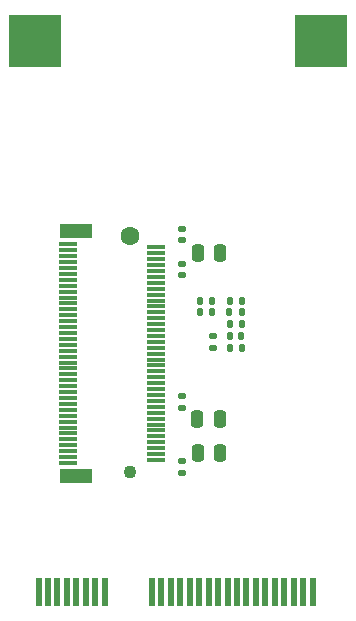
<source format=gbr>
%TF.GenerationSoftware,KiCad,Pcbnew,(6.0.1)*%
%TF.CreationDate,2022-01-21T21:00:35+01:00*%
%TF.ProjectId,apu-m2,6170752d-6d32-42e6-9b69-6361645f7063,rev?*%
%TF.SameCoordinates,Original*%
%TF.FileFunction,Soldermask,Top*%
%TF.FilePolarity,Negative*%
%FSLAX46Y46*%
G04 Gerber Fmt 4.6, Leading zero omitted, Abs format (unit mm)*
G04 Created by KiCad (PCBNEW (6.0.1)) date 2022-01-21 21:00:35*
%MOMM*%
%LPD*%
G01*
G04 APERTURE LIST*
G04 Aperture macros list*
%AMRoundRect*
0 Rectangle with rounded corners*
0 $1 Rounding radius*
0 $2 $3 $4 $5 $6 $7 $8 $9 X,Y pos of 4 corners*
0 Add a 4 corners polygon primitive as box body*
4,1,4,$2,$3,$4,$5,$6,$7,$8,$9,$2,$3,0*
0 Add four circle primitives for the rounded corners*
1,1,$1+$1,$2,$3*
1,1,$1+$1,$4,$5*
1,1,$1+$1,$6,$7*
1,1,$1+$1,$8,$9*
0 Add four rect primitives between the rounded corners*
20,1,$1+$1,$2,$3,$4,$5,0*
20,1,$1+$1,$4,$5,$6,$7,0*
20,1,$1+$1,$6,$7,$8,$9,0*
20,1,$1+$1,$8,$9,$2,$3,0*%
G04 Aperture macros list end*
%ADD10RoundRect,0.140000X-0.140000X-0.170000X0.140000X-0.170000X0.140000X0.170000X-0.140000X0.170000X0*%
%ADD11RoundRect,0.140000X-0.170000X0.140000X-0.170000X-0.140000X0.170000X-0.140000X0.170000X0.140000X0*%
%ADD12RoundRect,0.135000X0.135000X0.185000X-0.135000X0.185000X-0.135000X-0.185000X0.135000X-0.185000X0*%
%ADD13RoundRect,0.135000X-0.185000X0.135000X-0.185000X-0.135000X0.185000X-0.135000X0.185000X0.135000X0*%
%ADD14RoundRect,0.140000X0.170000X-0.140000X0.170000X0.140000X-0.170000X0.140000X-0.170000X-0.140000X0*%
%ADD15RoundRect,0.250000X-0.250000X-0.475000X0.250000X-0.475000X0.250000X0.475000X-0.250000X0.475000X0*%
%ADD16R,0.600000X2.330000*%
%ADD17R,4.500000X4.500000*%
%ADD18C,1.600000*%
%ADD19C,1.100000*%
%ADD20R,1.550000X0.300000*%
%ADD21R,2.750000X1.200000*%
G04 APERTURE END LIST*
D10*
%TO.C,C1*%
X119320000Y-80100000D03*
X120280000Y-80100000D03*
%TD*%
D11*
%TO.C,C8*%
X115300000Y-74020000D03*
X115300000Y-74980000D03*
%TD*%
D12*
%TO.C,R7*%
X117810000Y-77100000D03*
X116790000Y-77100000D03*
%TD*%
%TO.C,R6*%
X117810000Y-78100000D03*
X116790000Y-78100000D03*
%TD*%
%TO.C,R5*%
X120310000Y-79100000D03*
X119290000Y-79100000D03*
%TD*%
D13*
%TO.C,R4*%
X117900000Y-80090000D03*
X117900000Y-81110000D03*
%TD*%
D11*
%TO.C,C7*%
X115300000Y-90720000D03*
X115300000Y-91680000D03*
%TD*%
D14*
%TO.C,C6*%
X115300000Y-86180000D03*
X115300000Y-85220000D03*
%TD*%
%TO.C,C5*%
X115300000Y-71980000D03*
X115300000Y-71020000D03*
%TD*%
D15*
%TO.C,C4*%
X116550000Y-87100000D03*
X118450000Y-87100000D03*
%TD*%
%TO.C,C3*%
X116600000Y-73100000D03*
X118500000Y-73100000D03*
%TD*%
%TO.C,C2*%
X116600000Y-90000000D03*
X118500000Y-90000000D03*
%TD*%
D12*
%TO.C,R3*%
X120310000Y-77100000D03*
X119290000Y-77100000D03*
%TD*%
%TO.C,R2*%
X120305000Y-78100000D03*
X119285000Y-78100000D03*
%TD*%
D16*
%TO.C,J1*%
X103125000Y-101815000D03*
X103925000Y-101815000D03*
X104725000Y-101815000D03*
X105525000Y-101815000D03*
X106325000Y-101815000D03*
X107125000Y-101815000D03*
X107925000Y-101815000D03*
X108725000Y-101815000D03*
X112725000Y-101815000D03*
X113525000Y-101815000D03*
X114325000Y-101815000D03*
X115125000Y-101815000D03*
X115925000Y-101815000D03*
X116725000Y-101815000D03*
X117525000Y-101815000D03*
X118325000Y-101815000D03*
X119125000Y-101815000D03*
X119925000Y-101815000D03*
X120725000Y-101815000D03*
X121525000Y-101815000D03*
X122325000Y-101815000D03*
X123125000Y-101815000D03*
X123925000Y-101815000D03*
X124725000Y-101815000D03*
X125525000Y-101815000D03*
X126325000Y-101815000D03*
D17*
X127025000Y-55150000D03*
X102825000Y-55150000D03*
%TD*%
D18*
%TO.C,J2*%
X110825000Y-71600000D03*
D19*
X110825000Y-91600000D03*
D20*
X105600000Y-90850000D03*
X113050000Y-90600000D03*
X105600000Y-90350000D03*
X113050000Y-90100000D03*
X105600000Y-89850000D03*
X113050000Y-89600000D03*
X105600000Y-89350000D03*
X113050000Y-89100000D03*
X105600000Y-88850000D03*
X113050000Y-88600000D03*
X105600000Y-88350000D03*
X113050000Y-88100000D03*
X105600000Y-87850000D03*
X113050000Y-87600000D03*
X105600000Y-87350000D03*
X113050000Y-87100000D03*
X105600000Y-86850000D03*
X113050000Y-86600000D03*
X105600000Y-86350000D03*
X113050000Y-86100000D03*
X105600000Y-85850000D03*
X113050000Y-85600000D03*
X105600000Y-85350000D03*
X113050000Y-85100000D03*
X105600000Y-84850000D03*
X113050000Y-84600000D03*
X105600000Y-84350000D03*
X113050000Y-84100000D03*
X105600000Y-83850000D03*
X113050000Y-83600000D03*
X105600000Y-83350000D03*
X113050000Y-83100000D03*
X105600000Y-82850000D03*
X113050000Y-82600000D03*
X105600000Y-82350000D03*
X113050000Y-82100000D03*
X105600000Y-81850000D03*
X113050000Y-81600000D03*
X105600000Y-81350000D03*
X113050000Y-81100000D03*
X105600000Y-80850000D03*
X113050000Y-80600000D03*
X105600000Y-80350000D03*
X113050000Y-80100000D03*
X105600000Y-79850000D03*
X113050000Y-79600000D03*
X105600000Y-79350000D03*
X113050000Y-79100000D03*
X105600000Y-78850000D03*
X113050000Y-78600000D03*
X105600000Y-78350000D03*
X113050000Y-78100000D03*
X105600000Y-77850000D03*
X113050000Y-77600000D03*
X105600000Y-77350000D03*
X113050000Y-77100000D03*
X105600000Y-76850000D03*
X113050000Y-76600000D03*
X105600000Y-76350000D03*
X113050000Y-76100000D03*
X105600000Y-75850000D03*
X113050000Y-75600000D03*
X105600000Y-75350000D03*
X113050000Y-75100000D03*
X105600000Y-74850000D03*
X113050000Y-74600000D03*
X105600000Y-74350000D03*
X113050000Y-74100000D03*
X105600000Y-73850000D03*
X113050000Y-73600000D03*
X105600000Y-73350000D03*
X113050000Y-73100000D03*
X105600000Y-72850000D03*
X113050000Y-72600000D03*
X105600000Y-72350000D03*
D21*
X106325000Y-91950000D03*
X106325000Y-71250000D03*
%TD*%
D12*
%TO.C,R1*%
X120310000Y-81100000D03*
X119290000Y-81100000D03*
%TD*%
M02*

</source>
